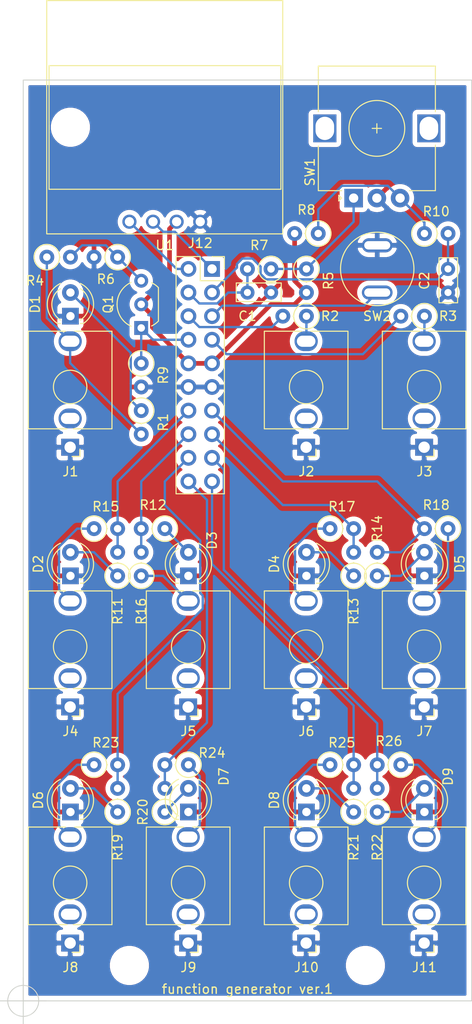
<source format=kicad_pcb>
(kicad_pcb (version 20171130) (host pcbnew "(5.1.8-0-10_14)")
  (layers (0 F.Cu signal) (31 B.Cu signal) (34 B.Paste user) (35 F.Paste user) (36 B.SilkS user) (37 F.SilkS user) (38 B.Mask user) (39 F.Mask user) (44 Edge.Cuts user))
  (net 0 "")
  (net 1 GND)
  (net 2 /Interface/RE1)
  (net 3 /Interface/RE2)
  (net 4 "Net-(D1-Pad2)")
  (net 5 "Net-(D2-Pad2)")
  (net 6 "Net-(D3-Pad2)")
  (net 7 "Net-(D4-Pad2)")
  (net 8 "Net-(D5-Pad2)")
  (net 9 "Net-(D6-Pad2)")
  (net 10 "Net-(D7-Pad2)")
  (net 11 "Net-(D8-Pad2)")
  (net 12 "Net-(D9-Pad2)")
  (net 13 "Net-(J1-PadTN)")
  (net 14 "Net-(J1-PadT)")
  (net 15 "Net-(J2-PadT)")
  (net 16 "Net-(J2-PadTN)")
  (net 17 "Net-(J3-PadTN)")
  (net 18 "Net-(J3-PadT)")
  (net 19 "Net-(J4-PadT)")
  (net 20 "Net-(J4-PadTN)")
  (net 21 "Net-(J5-PadTN)")
  (net 22 "Net-(J5-PadT)")
  (net 23 "Net-(J6-PadT)")
  (net 24 "Net-(J6-PadTN)")
  (net 25 "Net-(J7-PadTN)")
  (net 26 "Net-(J7-PadT)")
  (net 27 "Net-(J8-PadTN)")
  (net 28 "Net-(J8-PadT)")
  (net 29 "Net-(J9-PadTN)")
  (net 30 "Net-(J9-PadT)")
  (net 31 "Net-(J10-PadT)")
  (net 32 "Net-(J10-PadTN)")
  (net 33 "Net-(J11-PadT)")
  (net 34 "Net-(J11-PadTN)")
  (net 35 /Interface/display_sda)
  (net 36 /Interface/display_scl)
  (net 37 /Interface/cv_2_in)
  (net 38 /Interface/cv_1_in)
  (net 39 /Interface/clock)
  (net 40 /Interface/button)
  (net 41 +3V3)
  (net 42 /Interface/out_1)
  (net 43 /Interface/out_8)
  (net 44 /Interface/out_2)
  (net 45 /Interface/out_7)
  (net 46 /Interface/out_3)
  (net 47 /Interface/out_6)
  (net 48 /Interface/out_4)
  (net 49 /Interface/out_5)
  (net 50 "Net-(Q1-Pad3)")
  (net 51 "Net-(R5-Pad1)")
  (net 52 "Net-(R10-Pad1)")
  (module MountingHole:MountingHole_3.2mm_M3 (layer F.Cu) (at 78.74 55.88)
    (fp_text reference REF** hide)
    (fp_text value MountingHole_3.2mm_M3 hide)
    (pad 1 np_thru_hole circle (at 0 0) (size 3.2 3.2) (drill 3.2) (layers *.Cu *.Mask))
  )
  (module MountingHole:MountingHole_3.2mm_M3 (layer F.Cu) (at 110.49 146.05)
    (fp_text reference REF** hide)
    (fp_text value MountingHole_3.2mm_M3 hide)
    (pad 1 np_thru_hole circle (at 0 0) (size 3.2 3.2) (drill 3.2) (layers *.Cu *.Mask))
  )
  (module MountingHole:MountingHole_3.2mm_M3 (layer F.Cu) (at 85.09 146.05)
    (fp_text reference REF** hide)
    (fp_text value MountingHole_3.2mm_M3 hide)
    (pad 1 np_thru_hole circle (at 0 0) (size 3.2 3.2) (drill 3.2) (layers *.Cu *.Mask))
  )
  (module Attenuverter:C_Axial_L4.8mm_D2.0mm_P2.54mm_Horizontal (layer F.Cu) (at 97.79 73.66)
    (fp_text reference C1 (at 0 2.54) (layer F.SilkS))
    (fp_text value 0.1u)
    (pad 2 thru_hole circle (at 2.54 0) (size 1.524 1.524) (drill 0.762) (layers *.Cu *.Mask) (net 1 GND))
    (pad 1 thru_hole circle (at 0 0) (size 1.524 1.524) (drill 0.762) (layers *.Cu *.Mask) (net 2 /Interface/RE1))
  )
  (module Attenuverter:C_Axial_L4.8mm_D2.0mm_P2.54mm_Horizontal (layer F.Cu) (at 119.38 71.12 270)
    (fp_text reference C2 (at 1.27 2.54 90) (layer F.SilkS))
    (fp_text value 0.1u)
    (pad 1 thru_hole circle (at 0 0 270) (size 1.524 1.524) (drill 0.762) (layers *.Cu *.Mask) (net 3 /Interface/RE2))
    (pad 2 thru_hole circle (at 2.54 0 270) (size 1.524 1.524) (drill 0.762) (layers *.Cu *.Mask) (net 1 GND))
  )
  (module LED_THT:LED_D4.0mm (layer F.Cu) (at 78.74 76.2 90)
    (fp_text reference D1 (at 1.27 -3.81 90) (layer F.SilkS))
    (fp_text value clock)
    (pad 2 thru_hole circle (at 2.54 0 90) (size 1.8 1.8) (drill 0.9) (layers *.Cu *.Mask) (net 4 "Net-(D1-Pad2)"))
    (pad 1 thru_hole rect (at 0 0 90) (size 1.8 1.8) (drill 0.9) (layers *.Cu *.Mask) (net 1 GND))
  )
  (module LED_THT:LED_D4.0mm (layer F.Cu) (at 78.74 104.14 90)
    (fp_text reference D2 (at 1.27 -3.46 90) (layer F.SilkS))
    (fp_text value out1)
    (pad 1 thru_hole rect (at 0 0 90) (size 1.8 1.8) (drill 0.9) (layers *.Cu *.Mask) (net 1 GND))
    (pad 2 thru_hole circle (at 2.54 0 90) (size 1.8 1.8) (drill 0.9) (layers *.Cu *.Mask) (net 5 "Net-(D2-Pad2)"))
  )
  (module LED_THT:LED_D4.0mm (layer F.Cu) (at 91.44 104.14 90)
    (fp_text reference D3 (at 3.81 2.54 90) (layer F.SilkS))
    (fp_text value out2)
    (pad 1 thru_hole rect (at 0 0 90) (size 1.8 1.8) (drill 0.9) (layers *.Cu *.Mask) (net 1 GND))
    (pad 2 thru_hole circle (at 2.54 0 90) (size 1.8 1.8) (drill 0.9) (layers *.Cu *.Mask) (net 6 "Net-(D3-Pad2)"))
  )
  (module LED_THT:LED_D4.0mm (layer F.Cu) (at 104.14 104.14 90)
    (fp_text reference D4 (at 1.27 -3.46 90) (layer F.SilkS))
    (fp_text value out3)
    (pad 1 thru_hole rect (at 0 0 90) (size 1.8 1.8) (drill 0.9) (layers *.Cu *.Mask) (net 1 GND))
    (pad 2 thru_hole circle (at 2.54 0 90) (size 1.8 1.8) (drill 0.9) (layers *.Cu *.Mask) (net 7 "Net-(D4-Pad2)"))
  )
  (module LED_THT:LED_D4.0mm (layer F.Cu) (at 116.84 104.14 90)
    (fp_text reference D5 (at 1.27 3.81 90) (layer F.SilkS))
    (fp_text value out4)
    (pad 1 thru_hole rect (at 0 0 90) (size 1.8 1.8) (drill 0.9) (layers *.Cu *.Mask) (net 1 GND))
    (pad 2 thru_hole circle (at 2.54 0 90) (size 1.8 1.8) (drill 0.9) (layers *.Cu *.Mask) (net 8 "Net-(D5-Pad2)"))
  )
  (module LED_THT:LED_D4.0mm (layer F.Cu) (at 78.74 129.54 90)
    (fp_text reference D6 (at 1.27 -3.46 90) (layer F.SilkS))
    (fp_text value out5)
    (pad 2 thru_hole circle (at 2.54 0 90) (size 1.8 1.8) (drill 0.9) (layers *.Cu *.Mask) (net 9 "Net-(D6-Pad2)"))
    (pad 1 thru_hole rect (at 0 0 90) (size 1.8 1.8) (drill 0.9) (layers *.Cu *.Mask) (net 1 GND))
  )
  (module LED_THT:LED_D4.0mm (layer F.Cu) (at 91.44 129.54 90)
    (fp_text reference D7 (at 3.81 3.81 90) (layer F.SilkS))
    (fp_text value out6)
    (pad 2 thru_hole circle (at 2.54 0 90) (size 1.8 1.8) (drill 0.9) (layers *.Cu *.Mask) (net 10 "Net-(D7-Pad2)"))
    (pad 1 thru_hole rect (at 0 0 90) (size 1.8 1.8) (drill 0.9) (layers *.Cu *.Mask) (net 1 GND))
  )
  (module LED_THT:LED_D4.0mm (layer F.Cu) (at 104.14 129.54 90)
    (fp_text reference D8 (at 1.27 -3.46 90) (layer F.SilkS))
    (fp_text value out7)
    (pad 2 thru_hole circle (at 2.54 0 90) (size 1.8 1.8) (drill 0.9) (layers *.Cu *.Mask) (net 11 "Net-(D8-Pad2)"))
    (pad 1 thru_hole rect (at 0 0 90) (size 1.8 1.8) (drill 0.9) (layers *.Cu *.Mask) (net 1 GND))
  )
  (module LED_THT:LED_D4.0mm (layer F.Cu) (at 116.84 129.54 90)
    (fp_text reference D9 (at 3.81 2.54 270) (layer F.SilkS))
    (fp_text value out8)
    (pad 1 thru_hole rect (at 0 0 90) (size 1.8 1.8) (drill 0.9) (layers *.Cu *.Mask) (net 1 GND))
    (pad 2 thru_hole circle (at 2.54 0 90) (size 1.8 1.8) (drill 0.9) (layers *.Cu *.Mask) (net 12 "Net-(D9-Pad2)"))
  )
  (module Attenuverter:mono_jack_3.5mm (layer F.Cu) (at 78.74 83.82 180)
    (fp_text reference J1 (at 0 -9.1) (layer F.SilkS))
    (fp_text value clock)
    (pad TN thru_hole oval (at 0.03 -3.38) (size 2.5 2.13) (drill oval 2 1.2) (layers *.Cu *.Mask) (net 13 "Net-(J1-PadTN)"))
    (pad T thru_hole oval (at 0.03 4.92) (size 2.5 2.13) (drill oval 2 1.2) (layers *.Cu *.Mask) (net 14 "Net-(J1-PadT)"))
    (pad S thru_hole rect (at 0.03 -6.48) (size 1.93 1.83) (drill 1.22) (layers *.Cu *.Mask) (net 1 GND))
  )
  (module Attenuverter:mono_jack_3.5mm (layer F.Cu) (at 104.14 83.82 180)
    (fp_text reference J2 (at 0 -9.1) (layer F.SilkS))
    (fp_text value cv1)
    (pad S thru_hole rect (at 0.03 -6.48) (size 1.93 1.83) (drill 1.22) (layers *.Cu *.Mask) (net 1 GND))
    (pad T thru_hole oval (at 0.03 4.92) (size 2.5 2.13) (drill oval 2 1.2) (layers *.Cu *.Mask) (net 15 "Net-(J2-PadT)"))
    (pad TN thru_hole oval (at 0.03 -3.38) (size 2.5 2.13) (drill oval 2 1.2) (layers *.Cu *.Mask) (net 16 "Net-(J2-PadTN)"))
  )
  (module Attenuverter:mono_jack_3.5mm (layer F.Cu) (at 116.84 83.82 180)
    (fp_text reference J3 (at 0 -9.1) (layer F.SilkS))
    (fp_text value cv2)
    (pad TN thru_hole oval (at 0.03 -3.38) (size 2.5 2.13) (drill oval 2 1.2) (layers *.Cu *.Mask) (net 17 "Net-(J3-PadTN)"))
    (pad T thru_hole oval (at 0.03 4.92) (size 2.5 2.13) (drill oval 2 1.2) (layers *.Cu *.Mask) (net 18 "Net-(J3-PadT)"))
    (pad S thru_hole rect (at 0.03 -6.48) (size 1.93 1.83) (drill 1.22) (layers *.Cu *.Mask) (net 1 GND))
  )
  (module Attenuverter:mono_jack_3.5mm (layer F.Cu) (at 78.74 111.76 180)
    (fp_text reference J4 (at 0 -9.1) (layer F.SilkS))
    (fp_text value out1)
    (pad S thru_hole rect (at 0.03 -6.48) (size 1.93 1.83) (drill 1.22) (layers *.Cu *.Mask) (net 1 GND))
    (pad T thru_hole oval (at 0.03 4.92) (size 2.5 2.13) (drill oval 2 1.2) (layers *.Cu *.Mask) (net 19 "Net-(J4-PadT)"))
    (pad TN thru_hole oval (at 0.03 -3.38) (size 2.5 2.13) (drill oval 2 1.2) (layers *.Cu *.Mask) (net 20 "Net-(J4-PadTN)"))
  )
  (module Attenuverter:mono_jack_3.5mm (layer F.Cu) (at 91.44 111.76 180)
    (fp_text reference J5 (at 0 -9.1) (layer F.SilkS))
    (fp_text value out2)
    (pad TN thru_hole oval (at 0.03 -3.38) (size 2.5 2.13) (drill oval 2 1.2) (layers *.Cu *.Mask) (net 21 "Net-(J5-PadTN)"))
    (pad T thru_hole oval (at 0.03 4.92) (size 2.5 2.13) (drill oval 2 1.2) (layers *.Cu *.Mask) (net 22 "Net-(J5-PadT)"))
    (pad S thru_hole rect (at 0.03 -6.48) (size 1.93 1.83) (drill 1.22) (layers *.Cu *.Mask) (net 1 GND))
  )
  (module Attenuverter:mono_jack_3.5mm (layer F.Cu) (at 104.14 111.76 180)
    (fp_text reference J6 (at 0 -9.1) (layer F.SilkS))
    (fp_text value out3)
    (pad S thru_hole rect (at 0.03 -6.48) (size 1.93 1.83) (drill 1.22) (layers *.Cu *.Mask) (net 1 GND))
    (pad T thru_hole oval (at 0.03 4.92) (size 2.5 2.13) (drill oval 2 1.2) (layers *.Cu *.Mask) (net 23 "Net-(J6-PadT)"))
    (pad TN thru_hole oval (at 0.03 -3.38) (size 2.5 2.13) (drill oval 2 1.2) (layers *.Cu *.Mask) (net 24 "Net-(J6-PadTN)"))
  )
  (module Attenuverter:mono_jack_3.5mm (layer F.Cu) (at 116.84 111.76 180)
    (fp_text reference J7 (at 0 -9.1) (layer F.SilkS))
    (fp_text value out4)
    (pad TN thru_hole oval (at 0.03 -3.38) (size 2.5 2.13) (drill oval 2 1.2) (layers *.Cu *.Mask) (net 25 "Net-(J7-PadTN)"))
    (pad T thru_hole oval (at 0.03 4.92) (size 2.5 2.13) (drill oval 2 1.2) (layers *.Cu *.Mask) (net 26 "Net-(J7-PadT)"))
    (pad S thru_hole rect (at 0.03 -6.48) (size 1.93 1.83) (drill 1.22) (layers *.Cu *.Mask) (net 1 GND))
  )
  (module Attenuverter:mono_jack_3.5mm (layer F.Cu) (at 78.74 137.16 180)
    (fp_text reference J8 (at 0 -9.1) (layer F.SilkS))
    (fp_text value out5)
    (pad TN thru_hole oval (at 0.03 -3.38) (size 2.5 2.13) (drill oval 2 1.2) (layers *.Cu *.Mask) (net 27 "Net-(J8-PadTN)"))
    (pad T thru_hole oval (at 0.03 4.92) (size 2.5 2.13) (drill oval 2 1.2) (layers *.Cu *.Mask) (net 28 "Net-(J8-PadT)"))
    (pad S thru_hole rect (at 0.03 -6.48) (size 1.93 1.83) (drill 1.22) (layers *.Cu *.Mask) (net 1 GND))
  )
  (module Attenuverter:mono_jack_3.5mm (layer F.Cu) (at 91.44 137.16 180)
    (fp_text reference J9 (at 0 -9.1) (layer F.SilkS))
    (fp_text value out6)
    (pad TN thru_hole oval (at 0.03 -3.38) (size 2.5 2.13) (drill oval 2 1.2) (layers *.Cu *.Mask) (net 29 "Net-(J9-PadTN)"))
    (pad T thru_hole oval (at 0.03 4.92) (size 2.5 2.13) (drill oval 2 1.2) (layers *.Cu *.Mask) (net 30 "Net-(J9-PadT)"))
    (pad S thru_hole rect (at 0.03 -6.48) (size 1.93 1.83) (drill 1.22) (layers *.Cu *.Mask) (net 1 GND))
  )
  (module Attenuverter:mono_jack_3.5mm (layer F.Cu) (at 104.14 137.16 180)
    (fp_text reference J10 (at 0 -9.1) (layer F.SilkS))
    (fp_text value out7)
    (pad S thru_hole rect (at 0.03 -6.48) (size 1.93 1.83) (drill 1.22) (layers *.Cu *.Mask) (net 1 GND))
    (pad T thru_hole oval (at 0.03 4.92) (size 2.5 2.13) (drill oval 2 1.2) (layers *.Cu *.Mask) (net 31 "Net-(J10-PadT)"))
    (pad TN thru_hole oval (at 0.03 -3.38) (size 2.5 2.13) (drill oval 2 1.2) (layers *.Cu *.Mask) (net 32 "Net-(J10-PadTN)"))
  )
  (module Attenuverter:mono_jack_3.5mm (layer F.Cu) (at 116.84 137.16 180)
    (fp_text reference J11 (at 0 -9.1) (layer F.SilkS))
    (fp_text value out8)
    (pad S thru_hole rect (at 0.03 -6.48) (size 1.93 1.83) (drill 1.22) (layers *.Cu *.Mask) (net 1 GND))
    (pad T thru_hole oval (at 0.03 4.92) (size 2.5 2.13) (drill oval 2 1.2) (layers *.Cu *.Mask) (net 33 "Net-(J11-PadT)"))
    (pad TN thru_hole oval (at 0.03 -3.38) (size 2.5 2.13) (drill oval 2 1.2) (layers *.Cu *.Mask) (net 34 "Net-(J11-PadTN)"))
  )
  (module Connector_PinSocket_2.54mm:PinSocket_2x10_P2.54mm_Vertical (layer F.Cu) (at 93.98 71.12)
    (fp_text reference J12 (at -1.27 -2.77) (layer F.SilkS))
    (fp_text value interface_to_mid)
    (pad 1 thru_hole rect (at 0 0) (size 1.7 1.7) (drill 1) (layers *.Cu *.Mask) (net 36 /Interface/display_scl))
    (pad 2 thru_hole oval (at -2.54 0) (size 1.7 1.7) (drill 1) (layers *.Cu *.Mask) (net 35 /Interface/display_sda))
    (pad 3 thru_hole oval (at 0 2.54) (size 1.7 1.7) (drill 1) (layers *.Cu *.Mask) (net 3 /Interface/RE2))
    (pad 4 thru_hole oval (at -2.54 2.54) (size 1.7 1.7) (drill 1) (layers *.Cu *.Mask) (net 2 /Interface/RE1))
    (pad 5 thru_hole oval (at 0 5.08) (size 1.7 1.7) (drill 1) (layers *.Cu *.Mask) (net 40 /Interface/button))
    (pad 6 thru_hole oval (at -2.54 5.08) (size 1.7 1.7) (drill 1) (layers *.Cu *.Mask) (net 38 /Interface/cv_1_in))
    (pad 7 thru_hole oval (at 0 7.62) (size 1.7 1.7) (drill 1) (layers *.Cu *.Mask) (net 37 /Interface/cv_2_in))
    (pad 8 thru_hole oval (at -2.54 7.62) (size 1.7 1.7) (drill 1) (layers *.Cu *.Mask) (net 39 /Interface/clock))
    (pad 9 thru_hole oval (at 0 10.16) (size 1.7 1.7) (drill 1) (layers *.Cu *.Mask) (net 41 +3V3))
    (pad 10 thru_hole oval (at -2.54 10.16) (size 1.7 1.7) (drill 1) (layers *.Cu *.Mask) (net 41 +3V3))
    (pad 11 thru_hole oval (at 0 12.7) (size 1.7 1.7) (drill 1) (layers *.Cu *.Mask) (net 1 GND))
    (pad 12 thru_hole oval (at -2.54 12.7) (size 1.7 1.7) (drill 1) (layers *.Cu *.Mask) (net 1 GND))
    (pad 13 thru_hole oval (at 0 15.24) (size 1.7 1.7) (drill 1) (layers *.Cu *.Mask) (net 48 /Interface/out_4))
    (pad 14 thru_hole oval (at -2.54 15.24) (size 1.7 1.7) (drill 1) (layers *.Cu *.Mask) (net 42 /Interface/out_1))
    (pad 15 thru_hole oval (at 0 17.78) (size 1.7 1.7) (drill 1) (layers *.Cu *.Mask) (net 46 /Interface/out_3))
    (pad 16 thru_hole oval (at -2.54 17.78) (size 1.7 1.7) (drill 1) (layers *.Cu *.Mask) (net 44 /Interface/out_2))
    (pad 17 thru_hole oval (at 0 20.32) (size 1.7 1.7) (drill 1) (layers *.Cu *.Mask) (net 43 /Interface/out_8))
    (pad 18 thru_hole oval (at -2.54 20.32) (size 1.7 1.7) (drill 1) (layers *.Cu *.Mask) (net 49 /Interface/out_5))
    (pad 19 thru_hole oval (at 0 22.86) (size 1.7 1.7) (drill 1) (layers *.Cu *.Mask) (net 45 /Interface/out_7))
    (pad 20 thru_hole oval (at -2.54 22.86) (size 1.7 1.7) (drill 1) (layers *.Cu *.Mask) (net 47 /Interface/out_6))
  )
  (module Package_TO_SOT_THT:TO-92_Inline_Wide (layer F.Cu) (at 86.36 77.47 90)
    (fp_text reference Q1 (at 2.54 -3.56 90) (layer F.SilkS))
    (fp_text value 2SC1815)
    (pad 2 thru_hole circle (at 2.54 0 90) (size 1.5 1.5) (drill 0.8) (layers *.Cu *.Mask) (net 41 +3V3))
    (pad 3 thru_hole circle (at 5.08 0 90) (size 1.5 1.5) (drill 0.8) (layers *.Cu *.Mask) (net 50 "Net-(Q1-Pad3)"))
    (pad 1 thru_hole rect (at 0 0 90) (size 1.5 1.5) (drill 0.8) (layers *.Cu *.Mask) (net 39 /Interface/clock))
  )
  (module Resistor_THT:R_Axial_DIN0207_L6.3mm_D2.5mm_P2.54mm_Vertical (layer F.Cu) (at 86.36 86.36 270)
    (fp_text reference R1 (at 1.27 -2.37 90) (layer F.SilkS))
    (fp_text value 10k)
    (pad 2 thru_hole oval (at 2.54 0 270) (size 1.6 1.6) (drill 0.8) (layers *.Cu *.Mask) (net 14 "Net-(J1-PadT)"))
    (pad 1 thru_hole circle (at 0 0 270) (size 1.6 1.6) (drill 0.8) (layers *.Cu *.Mask) (net 4 "Net-(D1-Pad2)"))
  )
  (module Resistor_THT:R_Axial_DIN0207_L6.3mm_D2.5mm_P2.54mm_Vertical (layer F.Cu) (at 104.14 76.2 180)
    (fp_text reference R2 (at -2.54 0) (layer F.SilkS))
    (fp_text value 100k)
    (pad 2 thru_hole oval (at 2.54 0 180) (size 1.6 1.6) (drill 0.8) (layers *.Cu *.Mask) (net 38 /Interface/cv_1_in))
    (pad 1 thru_hole circle (at 0 0 180) (size 1.6 1.6) (drill 0.8) (layers *.Cu *.Mask) (net 15 "Net-(J2-PadT)"))
  )
  (module Resistor_THT:R_Axial_DIN0207_L6.3mm_D2.5mm_P2.54mm_Vertical (layer F.Cu) (at 116.84 76.2 180)
    (fp_text reference R3 (at -2.54 0) (layer F.SilkS))
    (fp_text value 100k)
    (pad 1 thru_hole circle (at 0 0 180) (size 1.6 1.6) (drill 0.8) (layers *.Cu *.Mask) (net 18 "Net-(J3-PadT)"))
    (pad 2 thru_hole oval (at 2.54 0 180) (size 1.6 1.6) (drill 0.8) (layers *.Cu *.Mask) (net 37 /Interface/cv_2_in))
  )
  (module Resistor_THT:R_Axial_DIN0207_L6.3mm_D2.5mm_P2.54mm_Vertical (layer F.Cu) (at 76.2 69.85)
    (fp_text reference R4 (at -1.27 2.54) (layer F.SilkS))
    (fp_text value 100k)
    (pad 1 thru_hole circle (at 0 0) (size 1.6 1.6) (drill 0.8) (layers *.Cu *.Mask) (net 14 "Net-(J1-PadT)"))
    (pad 2 thru_hole oval (at 2.54 0) (size 1.6 1.6) (drill 0.8) (layers *.Cu *.Mask) (net 50 "Net-(Q1-Pad3)"))
  )
  (module Resistor_THT:R_Axial_DIN0207_L6.3mm_D2.5mm_P2.54mm_Vertical (layer F.Cu) (at 104.14 71.12 270)
    (fp_text reference R5 (at 1.27 -2.37 90) (layer F.SilkS))
    (fp_text value 10k)
    (pad 2 thru_hole oval (at 2.54 0 270) (size 1.6 1.6) (drill 0.8) (layers *.Cu *.Mask) (net 41 +3V3))
    (pad 1 thru_hole circle (at 0 0 270) (size 1.6 1.6) (drill 0.8) (layers *.Cu *.Mask) (net 51 "Net-(R5-Pad1)"))
  )
  (module Resistor_THT:R_Axial_DIN0207_L6.3mm_D2.5mm_P2.54mm_Vertical (layer F.Cu) (at 83.82 69.85 180)
    (fp_text reference R6 (at 1.27 -2.37) (layer F.SilkS))
    (fp_text value 100k)
    (pad 2 thru_hole oval (at 2.54 0 180) (size 1.6 1.6) (drill 0.8) (layers *.Cu *.Mask) (net 1 GND))
    (pad 1 thru_hole circle (at 0 0 180) (size 1.6 1.6) (drill 0.8) (layers *.Cu *.Mask) (net 50 "Net-(Q1-Pad3)"))
  )
  (module Resistor_THT:R_Axial_DIN0207_L6.3mm_D2.5mm_P2.54mm_Vertical (layer F.Cu) (at 100.33 71.12 180)
    (fp_text reference R7 (at 1.27 2.54) (layer F.SilkS))
    (fp_text value 10k)
    (pad 1 thru_hole circle (at 0 0 180) (size 1.6 1.6) (drill 0.8) (layers *.Cu *.Mask) (net 51 "Net-(R5-Pad1)"))
    (pad 2 thru_hole oval (at 2.54 0 180) (size 1.6 1.6) (drill 0.8) (layers *.Cu *.Mask) (net 2 /Interface/RE1))
  )
  (module Resistor_THT:R_Axial_DIN0207_L6.3mm_D2.5mm_P2.54mm_Vertical (layer F.Cu) (at 105.41 67.31 180)
    (fp_text reference R8 (at 1.27 2.54) (layer F.SilkS))
    (fp_text value 10k)
    (pad 1 thru_hole circle (at 0 0 180) (size 1.6 1.6) (drill 0.8) (layers *.Cu *.Mask) (net 52 "Net-(R10-Pad1)"))
    (pad 2 thru_hole oval (at 2.54 0 180) (size 1.6 1.6) (drill 0.8) (layers *.Cu *.Mask) (net 41 +3V3))
  )
  (module Resistor_THT:R_Axial_DIN0207_L6.3mm_D2.5mm_P2.54mm_Vertical (layer F.Cu) (at 86.36 81.28 270)
    (fp_text reference R9 (at 1.27 -2.37 90) (layer F.SilkS))
    (fp_text value 100k)
    (pad 1 thru_hole circle (at 0 0 270) (size 1.6 1.6) (drill 0.8) (layers *.Cu *.Mask) (net 39 /Interface/clock))
    (pad 2 thru_hole oval (at 2.54 0 270) (size 1.6 1.6) (drill 0.8) (layers *.Cu *.Mask) (net 1 GND))
  )
  (module Resistor_THT:R_Axial_DIN0207_L6.3mm_D2.5mm_P2.54mm_Vertical (layer F.Cu) (at 116.84 67.31)
    (fp_text reference R10 (at 1.27 -2.37) (layer F.SilkS))
    (fp_text value 10k)
    (pad 2 thru_hole oval (at 2.54 0) (size 1.6 1.6) (drill 0.8) (layers *.Cu *.Mask) (net 3 /Interface/RE2))
    (pad 1 thru_hole circle (at 0 0) (size 1.6 1.6) (drill 0.8) (layers *.Cu *.Mask) (net 52 "Net-(R10-Pad1)"))
  )
  (module Resistor_THT:R_Axial_DIN0207_L6.3mm_D2.5mm_P2.54mm_Vertical (layer F.Cu) (at 83.82 104.14 90)
    (fp_text reference R11 (at -3.81 0 90) (layer F.SilkS))
    (fp_text value 10k)
    (pad 1 thru_hole circle (at 0 0 90) (size 1.6 1.6) (drill 0.8) (layers *.Cu *.Mask) (net 5 "Net-(D2-Pad2)"))
    (pad 2 thru_hole oval (at 2.54 0 90) (size 1.6 1.6) (drill 0.8) (layers *.Cu *.Mask) (net 42 /Interface/out_1))
  )
  (module Resistor_THT:R_Axial_DIN0207_L6.3mm_D2.5mm_P2.54mm_Vertical (layer F.Cu) (at 88.9 99.06 180)
    (fp_text reference R12 (at 1.27 2.54) (layer F.SilkS))
    (fp_text value 10k)
    (pad 1 thru_hole circle (at 0 0 180) (size 1.6 1.6) (drill 0.8) (layers *.Cu *.Mask) (net 6 "Net-(D3-Pad2)"))
    (pad 2 thru_hole oval (at 2.54 0 180) (size 1.6 1.6) (drill 0.8) (layers *.Cu *.Mask) (net 44 /Interface/out_2))
  )
  (module Resistor_THT:R_Axial_DIN0207_L6.3mm_D2.5mm_P2.54mm_Vertical (layer F.Cu) (at 109.22 104.14 90)
    (fp_text reference R13 (at -3.81 0 90) (layer F.SilkS))
    (fp_text value 10k)
    (pad 1 thru_hole circle (at 0 0 90) (size 1.6 1.6) (drill 0.8) (layers *.Cu *.Mask) (net 7 "Net-(D4-Pad2)"))
    (pad 2 thru_hole oval (at 2.54 0 90) (size 1.6 1.6) (drill 0.8) (layers *.Cu *.Mask) (net 46 /Interface/out_3))
  )
  (module Resistor_THT:R_Axial_DIN0207_L6.3mm_D2.5mm_P2.54mm_Vertical (layer F.Cu) (at 111.76 104.14 90)
    (fp_text reference R14 (at 5.08 0 90) (layer F.SilkS))
    (fp_text value 10k)
    (pad 1 thru_hole circle (at 0 0 90) (size 1.6 1.6) (drill 0.8) (layers *.Cu *.Mask) (net 8 "Net-(D5-Pad2)"))
    (pad 2 thru_hole oval (at 2.54 0 90) (size 1.6 1.6) (drill 0.8) (layers *.Cu *.Mask) (net 48 /Interface/out_4))
  )
  (module Resistor_THT:R_Axial_DIN0207_L6.3mm_D2.5mm_P2.54mm_Vertical (layer F.Cu) (at 81.28 99.06)
    (fp_text reference R15 (at 1.27 -2.37) (layer F.SilkS))
    (fp_text value 1k)
    (pad 2 thru_hole oval (at 2.54 0) (size 1.6 1.6) (drill 0.8) (layers *.Cu *.Mask) (net 42 /Interface/out_1))
    (pad 1 thru_hole circle (at 0 0) (size 1.6 1.6) (drill 0.8) (layers *.Cu *.Mask) (net 19 "Net-(J4-PadT)"))
  )
  (module Resistor_THT:R_Axial_DIN0207_L6.3mm_D2.5mm_P2.54mm_Vertical (layer F.Cu) (at 86.36 104.14 90)
    (fp_text reference R16 (at -3.81 0 90) (layer F.SilkS))
    (fp_text value 1k)
    (pad 2 thru_hole oval (at 2.54 0 90) (size 1.6 1.6) (drill 0.8) (layers *.Cu *.Mask) (net 44 /Interface/out_2))
    (pad 1 thru_hole circle (at 0 0 90) (size 1.6 1.6) (drill 0.8) (layers *.Cu *.Mask) (net 22 "Net-(J5-PadT)"))
  )
  (module Resistor_THT:R_Axial_DIN0207_L6.3mm_D2.5mm_P2.54mm_Vertical (layer F.Cu) (at 106.68 99.06)
    (fp_text reference R17 (at 1.27 -2.37) (layer F.SilkS))
    (fp_text value 1k)
    (pad 2 thru_hole oval (at 2.54 0) (size 1.6 1.6) (drill 0.8) (layers *.Cu *.Mask) (net 46 /Interface/out_3))
    (pad 1 thru_hole circle (at 0 0) (size 1.6 1.6) (drill 0.8) (layers *.Cu *.Mask) (net 23 "Net-(J6-PadT)"))
  )
  (module Resistor_THT:R_Axial_DIN0207_L6.3mm_D2.5mm_P2.54mm_Vertical (layer F.Cu) (at 119.38 99.06 180)
    (fp_text reference R18 (at 1.27 2.54) (layer F.SilkS))
    (fp_text value 1k)
    (pad 2 thru_hole oval (at 2.54 0 180) (size 1.6 1.6) (drill 0.8) (layers *.Cu *.Mask) (net 48 /Interface/out_4))
    (pad 1 thru_hole circle (at 0 0 180) (size 1.6 1.6) (drill 0.8) (layers *.Cu *.Mask) (net 26 "Net-(J7-PadT)"))
  )
  (module Resistor_THT:R_Axial_DIN0207_L6.3mm_D2.5mm_P2.54mm_Vertical (layer F.Cu) (at 83.82 129.54 90)
    (fp_text reference R19 (at -3.81 0 90) (layer F.SilkS))
    (fp_text value 10k)
    (pad 1 thru_hole circle (at 0 0 90) (size 1.6 1.6) (drill 0.8) (layers *.Cu *.Mask) (net 9 "Net-(D6-Pad2)"))
    (pad 2 thru_hole oval (at 2.54 0 90) (size 1.6 1.6) (drill 0.8) (layers *.Cu *.Mask) (net 49 /Interface/out_5))
  )
  (module Resistor_THT:R_Axial_DIN0207_L6.3mm_D2.5mm_P2.54mm_Vertical (layer F.Cu) (at 88.9 129.54 90)
    (fp_text reference R20 (at 0 -2.37 90) (layer F.SilkS))
    (fp_text value 10k)
    (pad 1 thru_hole circle (at 0 0 90) (size 1.6 1.6) (drill 0.8) (layers *.Cu *.Mask) (net 10 "Net-(D7-Pad2)"))
    (pad 2 thru_hole oval (at 2.54 0 90) (size 1.6 1.6) (drill 0.8) (layers *.Cu *.Mask) (net 47 /Interface/out_6))
  )
  (module Resistor_THT:R_Axial_DIN0207_L6.3mm_D2.5mm_P2.54mm_Vertical (layer F.Cu) (at 109.22 129.54 90)
    (fp_text reference R21 (at -3.81 0 90) (layer F.SilkS))
    (fp_text value 10k)
    (pad 2 thru_hole oval (at 2.54 0 90) (size 1.6 1.6) (drill 0.8) (layers *.Cu *.Mask) (net 45 /Interface/out_7))
    (pad 1 thru_hole circle (at 0 0 90) (size 1.6 1.6) (drill 0.8) (layers *.Cu *.Mask) (net 11 "Net-(D8-Pad2)"))
  )
  (module Resistor_THT:R_Axial_DIN0207_L6.3mm_D2.5mm_P2.54mm_Vertical (layer F.Cu) (at 111.76 129.54 90)
    (fp_text reference R22 (at -3.81 0 90) (layer F.SilkS))
    (fp_text value 10k)
    (pad 1 thru_hole circle (at 0 0 90) (size 1.6 1.6) (drill 0.8) (layers *.Cu *.Mask) (net 12 "Net-(D9-Pad2)"))
    (pad 2 thru_hole oval (at 2.54 0 90) (size 1.6 1.6) (drill 0.8) (layers *.Cu *.Mask) (net 43 /Interface/out_8))
  )
  (module Resistor_THT:R_Axial_DIN0207_L6.3mm_D2.5mm_P2.54mm_Vertical (layer F.Cu) (at 81.28 124.46)
    (fp_text reference R23 (at 1.27 -2.37) (layer F.SilkS))
    (fp_text value 1k)
    (pad 2 thru_hole oval (at 2.54 0) (size 1.6 1.6) (drill 0.8) (layers *.Cu *.Mask) (net 49 /Interface/out_5))
    (pad 1 thru_hole circle (at 0 0) (size 1.6 1.6) (drill 0.8) (layers *.Cu *.Mask) (net 28 "Net-(J8-PadT)"))
  )
  (module Resistor_THT:R_Axial_DIN0207_L6.3mm_D2.5mm_P2.54mm_Vertical (layer F.Cu) (at 91.44 124.46 180)
    (fp_text reference R24 (at -2.54 1.27) (layer F.SilkS))
    (fp_text value 1k)
    (pad 2 thru_hole oval (at 2.54 0 180) (size 1.6 1.6) (drill 0.8) (layers *.Cu *.Mask) (net 47 /Interface/out_6))
    (pad 1 thru_hole circle (at 0 0 180) (size 1.6 1.6) (drill 0.8) (layers *.Cu *.Mask) (net 30 "Net-(J9-PadT)"))
  )
  (module Resistor_THT:R_Axial_DIN0207_L6.3mm_D2.5mm_P2.54mm_Vertical (layer F.Cu) (at 106.68 124.46)
    (fp_text reference R25 (at 1.27 -2.37) (layer F.SilkS))
    (fp_text value 1k)
    (pad 2 thru_hole oval (at 2.54 0) (size 1.6 1.6) (drill 0.8) (layers *.Cu *.Mask) (net 45 /Interface/out_7))
    (pad 1 thru_hole circle (at 0 0) (size 1.6 1.6) (drill 0.8) (layers *.Cu *.Mask) (net 31 "Net-(J10-PadT)"))
  )
  (module Resistor_THT:R_Axial_DIN0207_L6.3mm_D2.5mm_P2.54mm_Vertical (layer F.Cu) (at 114.3 124.46 180)
    (fp_text reference R26 (at 1.27 2.54) (layer F.SilkS))
    (fp_text value 1k)
    (pad 1 thru_hole circle (at 0 0 180) (size 1.6 1.6) (drill 0.8) (layers *.Cu *.Mask) (net 33 "Net-(J11-PadT)"))
    (pad 2 thru_hole oval (at 2.54 0 180) (size 1.6 1.6) (drill 0.8) (layers *.Cu *.Mask) (net 43 /Interface/out_8))
  )
  (module Rotary_Encoder:RotaryEncoder_Alps_EC12E_Vertical_H20mm (layer F.Cu) (at 109.22 63.5 90)
    (fp_text reference SW1 (at 2.8 -4.7 90) (layer F.SilkS))
    (fp_text value command)
    (pad MP thru_hole rect (at 7.5 8.1 90) (size 3 2.5) (drill oval 2.5 2) (layers *.Cu *.Mask))
    (pad MP thru_hole rect (at 7.5 -3.1 90) (size 3 2.5) (drill oval 2.5 2) (layers *.Cu *.Mask))
    (pad B thru_hole circle (at 0 5 90) (size 2 2) (drill 1) (layers *.Cu *.Mask) (net 52 "Net-(R10-Pad1)"))
    (pad C thru_hole circle (at 0 2.5 90) (size 2 2) (drill 1) (layers *.Cu *.Mask) (net 1 GND))
    (pad A thru_hole rect (at 0 0 90) (size 2 2) (drill 1) (layers *.Cu *.Mask) (net 51 "Net-(R5-Pad1)"))
  )
  (module Attenuverter:push_button (layer F.Cu) (at 111.76 71.12)
    (fp_text reference SW2 (at 0 5.08) (layer F.SilkS))
    (fp_text value enter)
    (pad 1 thru_hole oval (at 0 -2.54) (size 3.3 1.524) (drill oval 2.8 0.9) (layers *.Cu *.Mask) (net 1 GND))
    (pad 2 thru_hole oval (at 0 2.54) (size 3.3 1.524) (drill oval 2.8 0.9) (layers *.Cu *.Mask) (net 40 /Interface/button))
  )
  (module Attenuverter:aki_OLED_0.96in (layer F.Cu) (at 88.9 55.88 180)
    (fp_text reference U1 (at 0 -12.7) (layer F.SilkS))
    (fp_text value OLED_Display_SSD1306)
    (pad 1 thru_hole circle (at -3.81 -10.16 180) (size 1.524 1.524) (drill 1) (layers *.Cu *.Mask) (net 1 GND))
    (pad 2 thru_hole circle (at -1.27 -10.16 180) (size 1.524 1.524) (drill 1) (layers *.Cu *.Mask) (net 41 +3V3))
    (pad 3 thru_hole circle (at 1.27 -10.16 180) (size 1.524 1.524) (drill 1) (layers *.Cu *.Mask) (net 36 /Interface/display_scl))
    (pad 4 thru_hole circle (at 3.81 -10.16 180) (size 1.524 1.524) (drill 1) (layers *.Cu *.Mask) (net 35 /Interface/display_sda))
  )
  (gr_text "function generator ver.1" (at 97.79 148.59) (layer F.SilkS) (effects (font (size 1 1))))
  (target plus (at 73.66 149.86) (size 5) (width 0.1) (layer Edge.Cuts))
  (gr_line (start 121.92 50.8) (end 73.66 50.8) (layer Edge.Cuts) (width 0.1))
  (gr_line (start 121.92 149.86) (end 121.92 50.8) (layer Edge.Cuts) (width 0.1))
  (gr_line (start 73.66 149.86) (end 121.92 149.86) (layer Edge.Cuts) (width 0.1))
  (gr_line (start 73.66 50.8) (end 73.66 149.86) (layer Edge.Cuts) (width 0.1))
  (segment (start 94.544001 74.835001) (end 95.719002 73.66) (width 0.25) (layer B.Cu) (net 2))
  (segment (start 92.615001 74.835001) (end 94.544001 74.835001) (width 0.25) (layer B.Cu) (net 2))
  (segment (start 95.719002 73.66) (end 97.79 73.66) (width 0.25) (layer B.Cu) (net 2))
  (segment (start 91.44 73.66) (end 92.615001 74.835001) (width 0.25) (layer B.Cu) (net 2))
  (segment (start 97.79 71.12) (end 97.79 73.66) (width 0.25) (layer B.Cu) (net 2))
  (segment (start 119.38 67.31) (end 119.38 71.12) (width 0.25) (layer B.Cu) (net 3))
  (segment (start 118.254999 72.245001) (end 119.38 71.12) (width 0.25) (layer B.Cu) (net 3))
  (segment (start 99.789999 72.245001) (end 118.254999 72.245001) (width 0.25) (layer B.Cu) (net 3))
  (segment (start 99.204999 71.660001) (end 99.789999 72.245001) (width 0.25) (layer B.Cu) (net 3))
  (segment (start 99.204999 70.869997) (end 99.204999 71.660001) (width 0.25) (layer B.Cu) (net 3))
  (segment (start 98.330001 69.994999) (end 99.204999 70.869997) (width 0.25) (layer B.Cu) (net 3))
  (segment (start 96.664999 70.579999) (end 97.249999 69.994999) (width 0.25) (layer B.Cu) (net 3))
  (segment (start 96.664999 70.975001) (end 96.664999 70.579999) (width 0.25) (layer B.Cu) (net 3))
  (segment (start 97.249999 69.994999) (end 98.330001 69.994999) (width 0.25) (layer B.Cu) (net 3))
  (segment (start 93.98 73.66) (end 96.664999 70.975001) (width 0.25) (layer B.Cu) (net 3))
  (segment (start 85.234999 80.154999) (end 78.74 73.66) (width 0.25) (layer B.Cu) (net 4))
  (segment (start 85.234999 85.234999) (end 85.234999 80.154999) (width 0.25) (layer B.Cu) (net 4))
  (segment (start 86.36 86.36) (end 85.234999 85.234999) (width 0.25) (layer B.Cu) (net 4))
  (segment (start 81.28 101.6) (end 83.82 104.14) (width 0.25) (layer B.Cu) (net 5))
  (segment (start 78.74 101.6) (end 81.28 101.6) (width 0.25) (layer B.Cu) (net 5))
  (segment (start 88.9 99.06) (end 91.44 101.6) (width 0.25) (layer B.Cu) (net 6))
  (segment (start 106.68 101.6) (end 109.22 104.14) (width 0.25) (layer B.Cu) (net 7))
  (segment (start 104.14 101.6) (end 106.68 101.6) (width 0.25) (layer B.Cu) (net 7))
  (segment (start 114.3 104.14) (end 111.76 104.14) (width 0.25) (layer B.Cu) (net 8))
  (segment (start 116.84 101.6) (end 114.3 104.14) (width 0.25) (layer B.Cu) (net 8))
  (segment (start 81.28 127) (end 83.82 129.54) (width 0.25) (layer B.Cu) (net 9))
  (segment (start 78.74 127) (end 81.28 127) (width 0.25) (layer B.Cu) (net 9))
  (segment (start 88.9 129.54) (end 91.44 127) (width 0.25) (layer B.Cu) (net 10))
  (segment (start 106.68 127) (end 109.22 129.54) (width 0.25) (layer B.Cu) (net 11))
  (segment (start 104.14 127) (end 106.68 127) (width 0.25) (layer B.Cu) (net 11))
  (segment (start 114.3 129.54) (end 116.84 127) (width 0.25) (layer B.Cu) (net 12))
  (segment (start 111.76 129.54) (end 114.3 129.54) (width 0.25) (layer B.Cu) (net 12))
  (segment (start 78.71 81.25) (end 78.71 78.9) (width 0.25) (layer B.Cu) (net 14))
  (segment (start 86.36 88.9) (end 78.71 81.25) (width 0.25) (layer B.Cu) (net 14))
  (segment (start 76.2 76.39) (end 78.71 78.9) (width 0.25) (layer B.Cu) (net 14))
  (segment (start 76.2 69.85) (end 76.2 76.39) (width 0.25) (layer B.Cu) (net 14))
  (segment (start 104.14 78.87) (end 104.11 78.9) (width 0.25) (layer B.Cu) (net 15))
  (segment (start 104.14 76.2) (end 104.14 78.87) (width 0.25) (layer B.Cu) (net 15))
  (segment (start 116.84 78.87) (end 116.81 78.9) (width 0.25) (layer B.Cu) (net 18))
  (segment (start 116.84 76.2) (end 116.84 78.87) (width 0.25) (layer B.Cu) (net 18))
  (segment (start 77.514999 105.644999) (end 78.71 106.84) (width 0.25) (layer B.Cu) (net 19))
  (segment (start 77.514999 101.011999) (end 77.514999 105.644999) (width 0.25) (layer B.Cu) (net 19))
  (segment (start 79.466998 99.06) (end 77.514999 101.011999) (width 0.25) (layer B.Cu) (net 19))
  (segment (start 81.28 99.06) (end 79.466998 99.06) (width 0.25) (layer B.Cu) (net 19))
  (segment (start 88.71 104.14) (end 91.41 106.84) (width 0.25) (layer B.Cu) (net 22))
  (segment (start 86.36 104.14) (end 88.71 104.14) (width 0.25) (layer B.Cu) (net 22))
  (segment (start 102.914999 101.011999) (end 102.914999 105.644999) (width 0.25) (layer B.Cu) (net 23))
  (segment (start 102.914999 105.644999) (end 104.11 106.84) (width 0.25) (layer B.Cu) (net 23))
  (segment (start 104.866998 99.06) (end 102.914999 101.011999) (width 0.25) (layer B.Cu) (net 23))
  (segment (start 106.68 99.06) (end 104.866998 99.06) (width 0.25) (layer B.Cu) (net 23))
  (segment (start 119.38 104.27) (end 119.38 99.06) (width 0.25) (layer B.Cu) (net 26))
  (segment (start 116.81 106.84) (end 119.38 104.27) (width 0.25) (layer B.Cu) (net 26))
  (segment (start 77.514999 131.044999) (end 78.71 132.24) (width 0.25) (layer B.Cu) (net 28))
  (segment (start 79.466998 124.46) (end 77.514999 126.411999) (width 0.25) (layer B.Cu) (net 28))
  (segment (start 77.514999 126.411999) (end 77.514999 131.044999) (width 0.25) (layer B.Cu) (net 28))
  (segment (start 81.28 124.46) (end 79.466998 124.46) (width 0.25) (layer B.Cu) (net 28))
  (segment (start 92.665001 130.984999) (end 91.41 132.24) (width 0.25) (layer B.Cu) (net 30))
  (segment (start 92.665001 125.685001) (end 92.665001 130.984999) (width 0.25) (layer B.Cu) (net 30))
  (segment (start 91.44 124.46) (end 92.665001 125.685001) (width 0.25) (layer B.Cu) (net 30))
  (segment (start 102.914999 131.044999) (end 104.11 132.24) (width 0.25) (layer B.Cu) (net 31))
  (segment (start 102.914999 126.411999) (end 102.914999 131.044999) (width 0.25) (layer B.Cu) (net 31))
  (segment (start 104.866998 124.46) (end 102.914999 126.411999) (width 0.25) (layer B.Cu) (net 31))
  (segment (start 106.68 124.46) (end 104.866998 124.46) (width 0.25) (layer B.Cu) (net 31))
  (segment (start 118.065001 130.984999) (end 116.81 132.24) (width 0.25) (layer B.Cu) (net 33))
  (segment (start 118.065001 126.411999) (end 118.065001 130.984999) (width 0.25) (layer B.Cu) (net 33))
  (segment (start 116.113002 124.46) (end 118.065001 126.411999) (width 0.25) (layer B.Cu) (net 33))
  (segment (start 114.3 124.46) (end 116.113002 124.46) (width 0.25) (layer B.Cu) (net 33))
  (segment (start 90.17 71.12) (end 91.44 71.12) (width 0.25) (layer B.Cu) (net 35))
  (segment (start 85.09 66.04) (end 90.17 71.12) (width 0.25) (layer B.Cu) (net 35))
  (segment (start 88.717001 67.127001) (end 89.987001 67.127001) (width 0.25) (layer B.Cu) (net 36))
  (segment (start 89.987001 67.127001) (end 93.98 71.12) (width 0.25) (layer B.Cu) (net 36))
  (segment (start 87.63 66.04) (end 88.717001 67.127001) (width 0.25) (layer B.Cu) (net 36))
  (segment (start 110.20999 80.29001) (end 114.3 76.2) (width 0.25) (layer B.Cu) (net 37))
  (segment (start 95.53001 80.29001) (end 110.20999 80.29001) (width 0.25) (layer B.Cu) (net 37))
  (segment (start 93.98 78.74) (end 95.53001 80.29001) (width 0.25) (layer B.Cu) (net 37))
  (segment (start 100.424999 77.375001) (end 101.6 76.2) (width 0.25) (layer B.Cu) (net 38))
  (segment (start 92.615001 77.375001) (end 100.424999 77.375001) (width 0.25) (layer B.Cu) (net 38))
  (segment (start 91.44 76.2) (end 92.615001 77.375001) (width 0.25) (layer B.Cu) (net 38))
  (segment (start 87.63 78.74) (end 86.36 77.47) (width 0.25) (layer B.Cu) (net 39))
  (segment (start 91.44 78.74) (end 87.63 78.74) (width 0.25) (layer B.Cu) (net 39))
  (segment (start 86.36 77.47) (end 86.36 81.28) (width 0.25) (layer B.Cu) (net 39))
  (segment (start 110.345001 75.074999) (end 111.76 73.66) (width 0.25) (layer B.Cu) (net 40))
  (segment (start 95.105001 75.074999) (end 110.345001 75.074999) (width 0.25) (layer B.Cu) (net 40))
  (segment (start 93.98 76.2) (end 95.105001 75.074999) (width 0.25) (layer B.Cu) (net 40))
  (segment (start 89.408001 66.801999) (end 90.17 66.04) (width 0.5) (layer F.Cu) (net 41))
  (segment (start 89.408001 71.881999) (end 89.408001 66.801999) (width 0.5) (layer F.Cu) (net 41))
  (segment (start 86.36 74.93) (end 89.408001 71.881999) (width 0.5) (layer F.Cu) (net 41))
  (segment (start 87.560001 77.400001) (end 91.44 81.28) (width 0.5) (layer F.Cu) (net 41))
  (segment (start 87.560001 76.130001) (end 87.560001 77.400001) (width 0.5) (layer F.Cu) (net 41))
  (segment (start 86.36 74.93) (end 87.560001 76.130001) (width 0.5) (layer F.Cu) (net 41))
  (segment (start 91.44 81.28) (end 93.98 81.28) (width 0.5) (layer F.Cu) (net 41))
  (segment (start 102.850001 74.949999) (end 104.14 73.66) (width 0.5) (layer F.Cu) (net 41))
  (segment (start 100.310001 74.949999) (end 102.850001 74.949999) (width 0.5) (layer F.Cu) (net 41))
  (segment (start 93.98 81.28) (end 100.310001 74.949999) (width 0.5) (layer F.Cu) (net 41))
  (segment (start 102.87 72.39) (end 104.14 73.66) (width 0.5) (layer F.Cu) (net 41))
  (segment (start 102.87 67.31) (end 102.87 72.39) (width 0.5) (layer F.Cu) (net 41))
  (segment (start 83.82 93.98) (end 83.82 101.6) (width 0.25) (layer B.Cu) (net 42))
  (segment (start 91.44 86.36) (end 83.82 93.98) (width 0.25) (layer B.Cu) (net 42))
  (segment (start 93.98 91.44) (end 95.25 92.71) (width 0.25) (layer B.Cu) (net 43))
  (segment (start 111.76 120.00282) (end 111.76 127) (width 0.25) (layer B.Cu) (net 43))
  (segment (start 95.25 103.49282) (end 111.76 120.00282) (width 0.25) (layer B.Cu) (net 43))
  (segment (start 95.25 92.71) (end 95.25 103.49282) (width 0.25) (layer B.Cu) (net 43))
  (segment (start 86.36 93.98) (end 86.36 101.6) (width 0.25) (layer B.Cu) (net 44))
  (segment (start 91.44 88.9) (end 86.36 93.98) (width 0.25) (layer B.Cu) (net 44))
  (segment (start 93.98 93.98) (end 93.98 102.85923) (width 0.25) (layer B.Cu) (net 45))
  (segment (start 109.22 118.09923) (end 109.22 127) (width 0.25) (layer B.Cu) (net 45))
  (segment (start 93.98 102.85923) (end 109.22 118.09923) (width 0.25) (layer B.Cu) (net 45))
  (segment (start 93.98 88.9) (end 101.6 96.52) (width 0.25) (layer B.Cu) (net 46))
  (segment (start 106.68 96.52) (end 109.22 99.06) (width 0.25) (layer B.Cu) (net 46))
  (segment (start 101.6 96.52) (end 106.68 96.52) (width 0.25) (layer B.Cu) (net 46))
  (segment (start 109.22 99.06) (end 109.22 101.6) (width 0.25) (layer B.Cu) (net 46))
  (segment (start 93.435019 119.924981) (end 88.9 124.46) (width 0.25) (layer B.Cu) (net 47))
  (segment (start 93.435019 95.975019) (end 93.435019 119.924981) (width 0.25) (layer B.Cu) (net 47))
  (segment (start 91.44 93.98) (end 93.435019 95.975019) (width 0.25) (layer B.Cu) (net 47))
  (segment (start 88.9 124.46) (end 88.9 127) (width 0.25) (layer B.Cu) (net 47))
  (segment (start 101.6 93.98) (end 111.76 93.98) (width 0.25) (layer B.Cu) (net 48))
  (segment (start 111.76 93.98) (end 116.84 99.06) (width 0.25) (layer B.Cu) (net 48))
  (segment (start 93.98 86.36) (end 101.6 93.98) (width 0.25) (layer B.Cu) (net 48))
  (segment (start 114.3 101.6) (end 116.84 99.06) (width 0.25) (layer B.Cu) (net 48))
  (segment (start 111.76 101.6) (end 114.3 101.6) (width 0.25) (layer B.Cu) (net 48))
  (segment (start 91.44 91.44) (end 88.9 93.98) (width 0.25) (layer B.Cu) (net 49))
  (segment (start 88.9 93.98) (end 88.9 96.52) (width 0.25) (layer B.Cu) (net 49))
  (segment (start 88.9 96.52) (end 92.71 100.33) (width 0.25) (layer B.Cu) (net 49))
  (segment (start 92.98501 106.26424) (end 92.98501 107.67499) (width 0.25) (layer B.Cu) (net 49))
  (segment (start 92.71 105.98923) (end 92.98501 106.26424) (width 0.25) (layer B.Cu) (net 49))
  (segment (start 92.71 100.33) (end 92.71 105.98923) (width 0.25) (layer B.Cu) (net 49))
  (segment (start 83.82 116.84) (end 83.82 127) (width 0.25) (layer B.Cu) (net 49))
  (segment (start 92.98501 107.67499) (end 83.82 116.84) (width 0.25) (layer B.Cu) (net 49))
  (segment (start 78.74 69.85) (end 80.01 68.58) (width 0.25) (layer B.Cu) (net 50))
  (segment (start 82.55 68.58) (end 83.82 69.85) (width 0.25) (layer B.Cu) (net 50))
  (segment (start 80.01 68.58) (end 82.55 68.58) (width 0.25) (layer B.Cu) (net 50))
  (segment (start 83.82 69.85) (end 86.36 72.39) (width 0.25) (layer B.Cu) (net 50))
  (segment (start 100.33 71.12) (end 104.14 71.12) (width 0.25) (layer B.Cu) (net 51))
  (segment (start 109.22 66.04) (end 109.22 63.5) (width 0.25) (layer B.Cu) (net 51))
  (segment (start 104.14 71.12) (end 109.22 66.04) (width 0.25) (layer B.Cu) (net 51))
  (segment (start 107.959999 62.174999) (end 112.894999 62.174999) (width 0.25) (layer B.Cu) (net 52))
  (segment (start 112.894999 62.174999) (end 114.22 63.5) (width 0.25) (layer B.Cu) (net 52))
  (segment (start 105.41 64.724998) (end 107.959999 62.174999) (width 0.25) (layer B.Cu) (net 52))
  (segment (start 105.41 67.31) (end 105.41 64.724998) (width 0.25) (layer B.Cu) (net 52))
  (segment (start 116.84 66.12) (end 116.84 67.31) (width 0.25) (layer B.Cu) (net 52))
  (segment (start 114.22 63.5) (end 116.84 66.12) (width 0.25) (layer B.Cu) (net 52))
  (zone (net 1) (net_name GND) (layer F.Cu) (connect_pads (clearance 0.508)) (min_thickness 0.254) (fill yes (arc_segments 32) (thermal_gap 0.508) (thermal_bridge_width 0.508))
    (polygon (pts (xy 121.92 149.86) (xy 73.66 149.86) (xy 73.66 50.8) (xy 121.92 50.8)))
  )
  (zone (net 1) (net_name GND) (layer B.Cu) (connect_pads (clearance 0.508)) (min_thickness 0.254) (fill yes (arc_segments 32) (thermal_gap 0.508) (thermal_bridge_width 0.508))
    (polygon (pts (xy 121.92 149.86) (xy 73.66 149.86) (xy 73.66 50.8) (xy 121.92 50.8)))
  )
)
</source>
